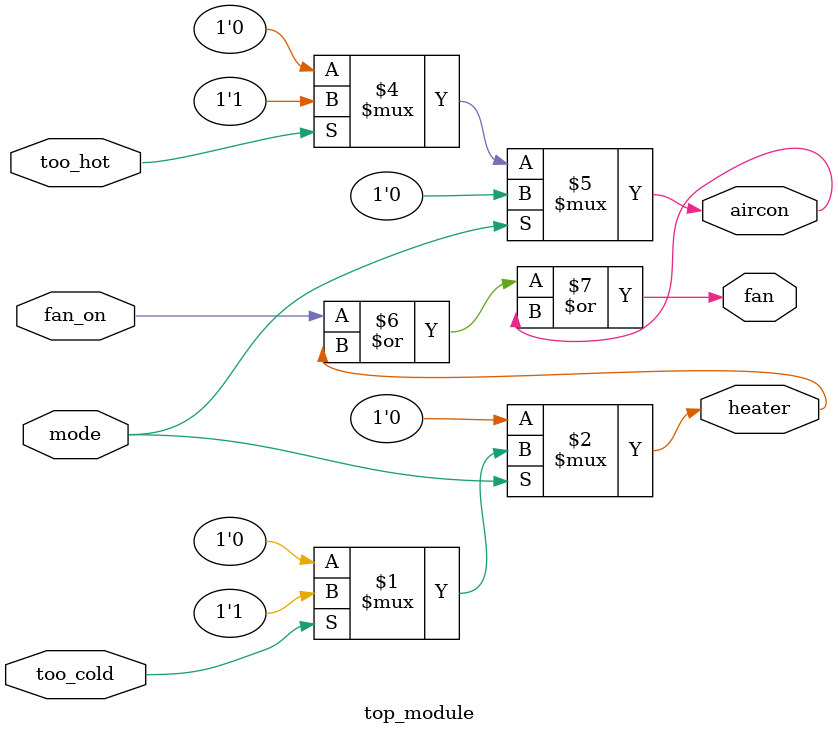
<source format=v>
module top_module (
    input too_cold,
    input too_hot,
    input mode,
    input fan_on,
    output heater,
    output aircon,
    output fan
);
    
    assign heater = (mode) ? (too_cold) ? 1'b1: 1'b0 : 1'b0;
    assign aircon = (mode == 1'b0) ? (too_hot) ? 1'b1 : 1'b0 : 1'b0;
	assign fan = fan_on | heater | aircon; 
    
endmodule

</source>
